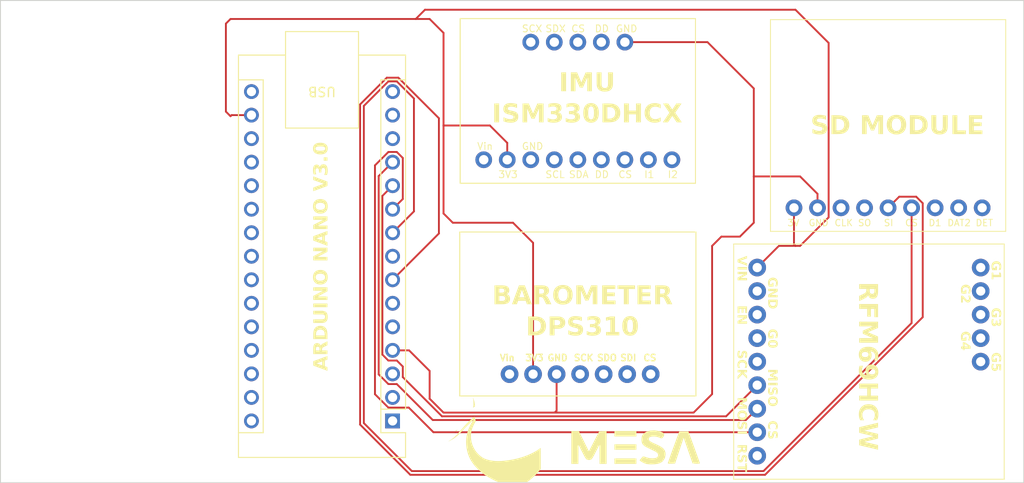
<source format=kicad_pcb>
(kicad_pcb (version 20241229) (generator "pcbnew") (generator_version "9.0")
  (layers (0 "F.Cu" signal) (2 "B.Cu" signal) (13 "F.Paste" user) (15 "B.Paste" user) (5 "F.SilkS" user "F.Silkscreen") (7 "B.SilkS" user "B.Silkscreen") (1 "F.Mask" user) (3 "B.Mask" user) (25 "Edge.Cuts" user))
  (net 0 "")
  (net 2 "Net-(A1-D8)")
  (net 7 "Net-(A1-D9)")
  (net 9 "Net-(A1-D7)")
  (net 14 "Net-(A1-3V3)")
  (net 17 "GND")
  (net 20 "+5V")
  (net 35 "Net-(A1-D3)")
  (net 36 "Net-(A1-D4)")
  (net 37 "Net-(A1-D6)")
  (net 51 "Net-(A1-D0{slash}RX)")
  (footprint "Avionics:ADAFRUIT MICROSD" (layer "F.Cu") (at 169.5 77)
    (property "Reference" "U4" (hide yes))
    (property "Value" "~" (hide yes))
    (fp_line (start -12.7 -11.43) (end 12.7 -11.43) (stroke (width 0.1)) (layer "F.SilkS"))
    (fp_line (start -12.7 11.43) (end -12.7 -11.43) (stroke (width 0.1)) (layer "F.SilkS"))
    (fp_line (start 12.7 -11.43) (end 12.7 11.43) (stroke (width 0.1)) (layer "F.SilkS"))
    (fp_line (start 12.7 11.43) (end -12.7 11.43) (stroke (width 0.1)) (layer "F.SilkS"))
    (fp_text user "D1" (at 4.318 10.922 0) (layer "F.SilkS") (effects (font (size 0.7 0.7) (thickness 0.1)) (justify left bottom)))
    (fp_text user "GND" (at -8.636 10.922 0) (layer "F.SilkS") (effects (font (size 0.7 0.7) (thickness 0.1)) (justify left bottom)))
    (fp_text user "CS" (at 1.778 10.922 0) (layer "F.SilkS") (effects (font (size 0.7 0.7) (thickness 0.1)) (justify left bottom)))
    (fp_text user "SI" (at -0.508 10.922 0) (layer "F.SilkS") (effects (font (size 0.7 0.7) (thickness 0.1)) (justify left bottom)))
    (fp_text user "SO" (at -3.302 10.922 0) (layer "F.SilkS") (effects (font (size 0.7 0.7) (thickness 0.1)) (justify left bottom)))
    (fp_text user "DET" (at 9.398 10.922 0) (layer "F.SilkS") (effects (font (size 0.7 0.7) (thickness 0.1)) (justify left bottom)))
    (fp_text user "3V" (at -10.922 10.922 0) (layer "F.SilkS") (effects (font (size 0.7 0.7) (thickness 0.1)) (justify left bottom)))
    (fp_text user "DAT2" (at 6.35 10.922 0) (layer "F.SilkS") (effects (font (size 0.7 0.7) (thickness 0.1)) (justify left bottom)))
    (fp_text user "SD MODULE" (at -8.382 1.27 0) (layer "F.SilkS") (effects (font (size 2 2) (thickness 0.1)) (justify left bottom)))
    (fp_text user "CLK" (at -5.842 10.922 0) (layer "F.SilkS") (effects (font (size 0.7 0.7) (thickness 0.1)) (justify left bottom)))
    (pad "1" thru_hole circle (at -10.16 8.89) (size 1.8 1.8) (drill 1) (layers "*.Cu" "*.Mask") (net 14 "Net-(A1-3V3)"))
    (pad "2" thru_hole circle (at -7.62 8.89) (size 1.8 1.8) (drill 1) (layers "*.Cu" "*.Mask") (net 17 "GND"))
    (pad "3" thru_hole circle (at -5.08 8.89) (size 1.8 1.8) (drill 1) (layers "*.Cu" "*.Mask"))
    (pad "4" thru_hole circle (at -2.54 8.89) (size 1.8 1.8) (drill 1) (layers "*.Cu" "*.Mask") (net 35 "Net-(A1-D3)"))
    (pad "5" thru_hole circle (at 0 8.89) (size 1.8 1.8) (drill 1) (layers "*.Cu" "*.Mask") (net 36 "Net-(A1-D4)"))
    (pad "6" thru_hole circle (at 2.54 8.89) (size 1.8 1.8) (drill 1) (layers "*.Cu" "*.Mask") (net 37 "Net-(A1-D6)"))
    (pad "7" thru_hole circle (at 5.08 8.89) (size 1.8 1.8) (drill 1) (layers "*.Cu" "*.Mask"))
    (pad "8" thru_hole circle (at 7.62 8.89) (size 1.8 1.8) (drill 1) (layers "*.Cu" "*.Mask"))
    (pad "9" thru_hole circle (at 10.16 8.89) (size 1.8 1.8) (drill 1) (layers "*.Cu" "*.Mask"))
  )
  (footprint "Kenyalang:Kenyalang" (layer "F.Cu") (at 127 110.49)
    (property "Reference" "G***" (hide yes))
    (property "Value" "LOGO" (hide yes))
    (fp_poly (pts (xy -3.957 -0.665801) (xy -3.940351 -0.651271) (xy -3.938954 -0.647755) (xy -3.946372 -0.64133) (xy -3.961816 -0.655726) (xy -3.963893 -0.658908) (xy -3.965735 -0.669604)) (fill yes) (layer "F.SilkS"))
    (fp_poly (pts (xy -3.99075 -0.646396) (xy -3.993662 -0.640862) (xy -4.008389 -0.625934) (xy -4.011138 -0.625231) (xy -4.012204 -0.635328) (xy -4.009293 -0.640862) (xy -3.994565 -0.655789) (xy -3.991817 -0.656493)) (fill yes) (layer "F.SilkS"))
    (fp_poly (pts (xy -4.042732 -0.608698) (xy -4.048501 -0.60147) (xy -4.06299 -0.582218) (xy -4.055257 -0.582426) (xy -4.036758 -0.591901) (xy -4.012474 -0.603066) (xy -4.009783 -0.59442) (xy -4.018866 -0.572907) (xy -4.040396 -0.54509) (xy -4.069554 -0.543109) (xy -4.092749 -0.547691) (xy -4.090158 -0.541258) (xy -4.071816 -0.526492) (xy -4.040554 -0.502001) (xy -4.071816 -0.503175) (xy -4.10102 -0.502543) (xy -4.152228 -0.499846) (xy -4.216287 -0.495599) (xy -4.243754 -0.493558) (xy -4.384431 -0.482765) (xy -4.269686 -0.523144) (xy -4.26838 -0.523631) (xy -4.126523 -0.523631) (xy -4.118708 -0.515816) (xy -4.110893 -0.523631) (xy -4.118708 -0.531446) (xy -4.126523 -0.523631) (xy -4.26838 -0.523631) (xy -4.203456 -0.54784) (xy -4.13926 -0.574076) (xy -4.090791 -0.596252) (xy -4.090064 -0.596621) (xy -4.052382 -0.615045) (xy -4.03798 -0.618911)) (fill yes) (layer "F.SilkS"))
    (fp_poly (pts (xy -2.328666 -4.097936) (xy -2.310406 -4.066299) (xy -2.286954 -4.016787) (xy -2.260816 -3.955238) (xy -2.234498 -3.887488) (xy -2.210505 -3.819374) (xy -2.195219 -3.770441) (xy -2.176725 -3.699323) (xy -2.156437 -3.609319) (xy -2.13694 -3.512495) (xy -2.122197 -3.429451) (xy -2.107252 -3.330834) (xy -2.100223 -3.257235) (xy -2.102429 -3.203118) (xy -2.115188 -3.162943) (xy -2.139815 -3.131173) (xy -2.177631 -3.102269) (xy -2.203916 -3.085952) (xy -2.248063 -3.054845) (xy -2.278053 -3.024602) (xy -2.286033 -3.008923) (xy -2.291508 -2.977662) (xy -2.299098 -3.008923) (xy -2.300096 -3.038622) (xy -2.295911 -3.089198) (xy -2.287424 -3.15086) (xy -2.285017 -3.165231) (xy -2.274695 -3.252224) (xy -2.269161 -3.3601) (xy -2.268143 -3.480927) (xy -2.271365 -3.606772) (xy -2.278553 -3.729704) (xy -2.289433 -3.84179) (xy -2.30373 -3.935098) (xy -2.31305 -3.975905) (xy -2.327607 -4.033554) (xy -2.337067 -4.0786) (xy -2.339904 -4.103463) (xy -2.339228 -4.10586)) (fill yes) (layer "F.SilkS"))
    (fp_poly (pts (xy -2.18633 -2.038593) (xy -2.165727 -2.014235) (xy -2.139777 -1.966859) (xy -2.111422 -1.90359) (xy -2.083604 -1.831554) (xy -2.059266 -1.757875) (xy -2.041349 -1.689678) (xy -2.040386 -1.685173) (xy -2.013009 -1.554716) (xy -2.079476 -1.454649) (xy -2.114139 -1.399013) (xy -2.156655 -1.325666) (xy -2.201136 -1.244979) (xy -2.234609 -1.181279) (xy -2.35586 -0.912396) (xy -2.446208 -0.639649) (xy -2.505898 -0.361844) (xy -2.535174 -0.07779) (xy -2.534281 0.213706) (xy -2.531085 0.264961) (xy -2.500979 0.52963) (xy -2.448264 0.778456) (xy -2.370804 1.019219) (xy -2.266465 1.259698) (xy -2.247797 1.297354) (xy -2.158985 1.46239) (xy -2.066297 1.610051) (xy -1.963589 1.748737) (xy -1.844722 1.886847) (xy -1.7274 2.009051) (xy -1.566643 2.159196) (xy -1.404777 2.287186) (xy -1.23725 2.395221) (xy -1.059508 2.485498) (xy -0.867001 2.560218) (xy -0.655175 2.62158) (xy -0.419478 2.671782) (xy -0.320431 2.688759) (xy -0.116227 2.717319) (xy 0.085207 2.736045) (xy 0.290196 2.745039) (xy 0.505067 2.744404) (xy 0.736147 2.734243) (xy 0.989762 2.714659) (xy 1.03163 2.710774) (xy 1.487522 2.657018) (xy 1.934577 2.583269) (xy 2.370594 2.490276) (xy 2.793373 2.378788) (xy 3.200714 2.249555) (xy 3.590416 2.103326) (xy 3.960278 1.940851) (xy 4.308101 1.762877) (xy 4.631683 1.570156) (xy 4.878389 1.400913) (xy 4.99403 1.316203) (xy 4.998041 2.449354) (xy 5.002051 3.582506) (xy 4.896624 3.717745) (xy 4.632043 4.03459) (xy 4.348248 4.33029) (xy 4.041851 4.608159) (xy 3.741454 4.847623) (xy 3.536139 5.001846) (xy 1.943915 5.000873) (xy 0.351692 4.999901) (xy 0.156307 4.909796) (xy -0.179271 4.747568) (xy -0.48903 4.581683) (xy -0.778413 4.408704) (xy -1.052861 4.225189) (xy -1.317817 4.0277) (xy -1.577173 3.814132) (xy -1.842493 3.568765) (xy -2.083419 3.311387) (xy -2.298721 3.043723) (xy -2.487173 2.767499) (xy -2.647546 2.48444) (xy -2.778612 2.196274) (xy -2.833868 2.04763) (xy -2.934921 1.708891) (xy -3.006878 1.366786) (xy -3.049763 1.023423) (xy -3.063603 0.680911) (xy -3.048423 0.341356) (xy -3.004249 0.006866) (xy -2.931107 -0.320451) (xy -2.829022 -0.638488) (xy -2.800257 -0.713104) (xy -2.680664 -0.9888) (xy -2.546291 -1.254488) (xy -2.401914 -1.500916) (xy -2.361823 -1.562968) (xy -2.32833 -1.615314) (xy -2.303626 -1.657082) (xy -2.291261 -1.682107) (xy -2.290743 -1.686353) (xy -2.3058 -1.680178) (xy -2.339947 -1.654104) (xy -2.390532 -1.610696) (xy -2.454905 -1.55252) (xy -2.530413 -1.482142) (xy -2.614405 -1.402126) (xy -2.704232 -1.315037) (xy -2.797241 -1.223441) (xy -2.890781 -1.129904) (xy -2.982201 -1.03699) (xy -3.06885 -0.947265) (xy -3.148076 -0.863295) (xy -3.20162 -0.804985) (xy -3.315959 -0.678783) (xy -3.412235 -0.572979) (xy -3.493234 -0.484679) (xy -3.561741 -0.410985) (xy -3.62054 -0.349002) (xy -3.672418 -0.295834) (xy -3.720158 -0.248584) (xy -3.766547 -0.204356) (xy -3.814369 -0.160255) (xy -3.86641 -0.113383) (xy -3.868616 -0.111412) (xy -3.996034 0.001002) (xy -4.106469 0.095123) (xy -4.204895 0.174909) (xy -4.296286 0.244318) (xy -4.385614 0.307311) (xy -4.440527 0.343827) (xy -4.497509 0.379175) (xy -4.567621 0.419969) (xy -4.645546 0.463419) (xy -4.725966 0.506737) (xy -4.803563 0.54713) (xy -4.873018 0.58181) (xy -4.929015 0.607987) (xy -4.966235 0.622869) (xy -4.97688 0.62523) (xy -4.971056 0.617563) (xy -4.943356 0.596796) (xy -4.898485 0.566286) (xy -4.852503 0.536554) (xy -4.73107 0.457883) (xy -4.619775 0.381739) (xy -4.515679 0.305387) (xy -4.415842 0.226087) (xy -4.317324 0.141102) (xy -4.217184 0.047695) (xy -4.112484 -0.056873) (xy -4.000282 -0.17534) (xy -3.877639 -0.310442) (xy -3.741615 -0.464918) (xy -3.596516 -0.633046) (xy -3.460658 -0.790662) (xy -3.340239 -0.92819) (xy -3.231233 -1.050004) (xy -3.129613 -1.160476) (xy -3.031352 -1.26398) (xy -2.932425 -1.364889) (xy -2.828803 -1.467577) (xy -2.822012 -1.474219) (xy -2.727986 -1.565103) (xy -2.633272 -1.654794) (xy -2.540689 -1.740786) (xy -2.453059 -1.820577) (xy -2.373203 -1.891661) (xy -2.303942 -1.951533) (xy -2.248096 -1.99769) (xy -2.208488 -2.027626) (xy -2.187937 -2.038838)) (fill yes) (layer "F.SilkS"))
  )
  (footprint "Logo:MESA" (layer "F.Cu") (at 142.24 111.76)
    (property "Reference" "G***" (hide yes))
    (property "Value" "LOGO" (hide yes))
    (fp_poly (pts (xy 0.084666 -1.481667) (xy 0.084666 -1.185334) (xy -1.100667 -1.185334) (xy -2.286001 -1.185334) (xy -2.286001 -1.481667) (xy -2.286001 -1.778001) (xy -1.100667 -1.778001) (xy 0.084666 -1.778001)) (fill yes) (layer "F.SilkS"))
    (fp_poly (pts (xy 0.084666 -0.042334) (xy 0.084666 0.253999) (xy -1.100667 0.253999) (xy -2.286001 0.253999) (xy -2.286001 -0.042334) (xy -2.286001 -0.338667) (xy -1.100667 -0.338667) (xy 0.084666 -0.338667)) (fill yes) (layer "F.SilkS"))
    (fp_poly (pts (xy 0.084666 1.481666) (xy 0.084666 1.777999) (xy -1.100667 1.777999) (xy -2.286001 1.777999) (xy -2.286001 1.481666) (xy -2.286001 1.185333) (xy -1.100667 1.185333) (xy 0.084666 1.185333)) (fill yes) (layer "F.SilkS"))
    (fp_poly (pts (xy 6.320693 -0.042334) (xy 6.504175 0.462201) (xy 6.666192 0.913279) (xy 6.798189 1.286615) (xy 6.891606 1.557923) (xy 6.937889 1.702918) (xy 6.941367 1.719138) (xy 6.866671 1.754215) (xy 6.675521 1.766131) (xy 6.549813 1.761471) (xy 6.156961 1.735666) (xy 5.917986 1.058333) (xy 5.768512 0.632085) (xy 5.599222 0.145451) (xy 5.444866 -0.301653) (xy 5.434084 -0.333069) (xy 5.189156 -1.047138) (xy 4.725793 0.344264) (xy 4.262429 1.735666) (xy 3.866881 1.761471) (xy 3.635396 1.763585) (xy 3.493666 1.739826) (xy 3.472631 1.719138) (xy 3.500909 1.6227) (xy 3.579237 1.391678) (xy 3.699057 1.050359) (xy 3.851812 0.623028) (xy 4.028945 0.13397) (xy 4.093305 -0.042334) (xy 4.71268 -1.735667) (xy 5.206999 -1.735667) (xy 5.701318 -1.735667)) (fill yes) (layer "F.SilkS"))
    (fp_poly (pts (xy -3.132667 -0.00464) (xy -3.132667 1.777999) (xy -3.513667 1.777999) (xy -3.894667 1.777999) (xy -3.898995 0.740833) (xy -3.903322 -0.296334) (xy -4.323152 0.529166) (xy -4.509461 0.891063) (xy -4.643001 1.127946) (xy -4.746681 1.266279) (xy -4.843408 1.332531) (xy -4.956093 1.353168) (xy -5.037667 1.354666) (xy -5.170071 1.348346) (xy -5.27325 1.31174) (xy -5.370111 1.218383) (xy -5.483564 1.041807) (xy -5.636517 0.755546) (xy -5.752183 0.529166) (xy -6.172013 -0.296334) (xy -6.17634 0.740833) (xy -6.180667 1.777999) (xy -6.561667 1.777999) (xy -6.942667 1.777999) (xy -6.942667 -0.000001) (xy -6.942667 -1.778001) (xy -6.5379 -1.778001) (xy -6.133133 -1.778001) (xy -5.588986 -0.679324) (xy -5.04484 0.419354) (xy -4.49092 -0.658157) (xy -3.937001 -1.735667) (xy -3.534834 -1.761473) (xy -3.132667 -1.787279)) (fill yes) (layer "F.SilkS"))
    (fp_poly (pts (xy 2.540694 -1.76396) (xy 2.708584 -1.707762) (xy 2.983288 -1.572238) (xy 3.098817 -1.425417) (xy 3.065026 -1.2459) (xy 2.980365 -1.117686) (xy 2.865029 -0.991112) (xy 2.755843 -0.974297) (xy 2.578839 -1.053664) (xy 2.308517 -1.147947) (xy 2.004459 -1.186068) (xy 1.721104 -1.169041) (xy 1.512889 -1.097879) (xy 1.448219 -1.032605) (xy 1.405941 -0.893576) (xy 1.453507 -0.7673) (xy 1.609863 -0.6366) (xy 1.893956 -0.484293) (xy 2.209251 -0.342529) (xy 2.658046 -0.126114) (xy 2.962677 0.083472) (xy 3.145494 0.31017) (xy 3.228846 0.577918) (xy 3.240423 0.761999) (xy 3.162264 1.165813) (xy 2.937452 1.494496) (xy 2.659385 1.688988) (xy 2.38462 1.773458) (xy 2.011342 1.822501) (xy 1.607338 1.832611) (xy 1.240393 1.800281) (xy 1.100666 1.769615) (xy 0.840118 1.669843) (xy 0.620054 1.545196) (xy 0.614708 1.541185) (xy 0.425084 1.396999) (xy 0.614708 1.159591) (xy 0.744416 1.011397) (xy 0.853998 0.967038) (xy 1.015769 1.01134) (xy 1.119113 1.053758) (xy 1.449184 1.147722) (xy 1.804035 1.180827) (xy 2.121227 1.152153) (xy 2.324635 1.071506) (xy 2.437367 0.913616) (xy 2.427453 0.747109) (xy 2.365725 0.625819) (xy 2.225951 0.505771) (xy 1.979498 0.367246) (xy 1.658359 0.217393) (xy 1.232854 0.017017) (xy 0.942758 -0.154446) (xy 0.763246 -0.322857) (xy 0.669496 -0.514075) (xy 0.636685 -0.753961) (xy 0.634999 -0.848735) (xy 0.662886 -1.161286) (xy 0.761167 -1.381135) (xy 0.828517 -1.462349) (xy 1.15091 -1.690454) (xy 1.572303 -1.820487) (xy 2.049848 -1.846853)) (fill yes) (layer "F.SilkS"))
  )
  (footprint "Avionics:RFM69HCW Adafruit" (layer "F.Cu") (at 167.308 102.5 -90)
    (property "Reference" "U3" (hide yes))
    (property "Value" "~" (hide yes))
    (fp_line (start -12.7 14.478) (end -12.7 -14.732) (stroke (width 0.1)) (layer "F.SilkS"))
    (fp_line (start 12.7 14.478) (end -12.7 14.478) (stroke (width 0.1)) (layer "F.SilkS"))
    (fp_line (start -12.7 -14.732) (end 12.7 -14.732) (stroke (width 0.1)) (layer "F.SilkS"))
    (fp_line (start 12.7 -14.732) (end 12.7 14.478) (stroke (width 0.1)) (layer "F.SilkS"))
    (fp_text user "RFM69HCW" (at -8.636 1.27 270) (layer "F.SilkS") (effects (font (size 2 2) (thickness 0.1)) (justify left bottom)))
    (fp_text user "G4" (at -3.302 -9.906 270) (layer "F.SilkS") (effects (font (thickness 0.1)) (justify left bottom)))
    (fp_text user "MISO" (at 0.762 10.922 270) (layer "F.SilkS") (effects (font (thickness 0.1)) (justify left bottom)))
    (fp_text user "G5" (at -1.016 -13.208 270) (layer "F.SilkS") (effects (font (thickness 0.1)) (justify left bottom)))
    (fp_text user "G3" (at -5.842 -13.208 270) (layer "F.SilkS") (effects (font (thickness 0.1)) (justify left bottom)))
    (fp_text user "MOSI" (at 3.81 14.224 270) (layer "F.SilkS") (effects (font (thickness 0.1)) (justify left bottom)))
    (fp_text user "SCK" (at -1.27 14.224 270) (layer "F.SilkS") (effects (font (thickness 0.1)) (justify left bottom)))
    (fp_text user "G0" (at -3.556 10.922 270) (layer "F.SilkS") (effects (font (thickness 0.1)) (justify left bottom)))
    (fp_text user "RST" (at 8.89 14.224 270) (layer "F.SilkS") (effects (font (thickness 0.1)) (justify left bottom)))
    (fp_text user "GND" (at -9.144 10.922 270) (layer "F.SilkS") (effects (font (thickness 0.1)) (justify left bottom)))
    (fp_text user "VIN" (at -11.43 14.224 270) (layer "F.SilkS") (effects (font (thickness 0.1)) (justify left bottom)))
    (fp_text user "EN" (at -6.096 14.224 270) (layer "F.SilkS") (effects (font (thickness 0.1)) (justify left bottom)))
    (fp_text user "CS" (at 6.35 10.922 270) (layer "F.SilkS") (effects (font (thickness 0.1)) (justify left bottom)))
    (fp_text user "G2" (at -8.382 -9.906 270) (layer "F.SilkS") (effects (font (thickness 0.1)) (justify left bottom)))
    (fp_text user "G1" (at -10.922 -13.208 270) (layer "F.SilkS") (effects (font (thickness 0.1)) (justify left bottom)))
    (pad "1" thru_hole circle (at -10.16 11.938 270) (size 1.905 1.905) (drill 1) (layers "*.Cu" "*.Mask") (net 14 "Net-(A1-3V3)"))
    (pad "2" thru_hole circle (at -7.62 11.938 270) (size 1.905 1.905) (drill 1) (layers "*.Cu" "*.Mask"))
    (pad "3" thru_hole circle (at -5.08 11.938 270) (size 1.905 1.905) (drill 1) (layers "*.Cu" "*.Mask"))
    (pad "4" thru_hole circle (at -2.54 11.938 270) (size 1.905 1.905) (drill 1) (layers "*.Cu" "*.Mask"))
    (pad "5" thru_hole circle (at 0 11.938 270) (size 1.905 1.905) (drill 1) (layers "*.Cu" "*.Mask") (net 51 "Net-(A1-D0{slash}RX)"))
    (pad "6" thru_hole circle (at 2.54 11.938 270) (size 1.905 1.905) (drill 1) (layers "*.Cu" "*.Mask") (net 2 "Net-(A1-D8)"))
    (pad "7" thru_hole circle (at 5.08 11.938 270) (size 1.905 1.905) (drill 1) (layers "*.Cu" "*.Mask") (net 7 "Net-(A1-D9)"))
    (pad "8" thru_hole circle (at 7.62 11.938 270) (size 1.905 1.905) (drill 1) (layers "*.Cu" "*.Mask") (net 9 "Net-(A1-D7)"))
    (pad "9" thru_hole circle (at 10.16 11.938 270) (size 1.905 1.905) (drill 1) (layers "*.Cu" "*.Mask"))
    (pad "10" thru_hole circle (at -10.16 -12.192 270) (size 1.905 1.905) (drill 1) (layers "*.Cu" "*.Mask"))
    (pad "11" thru_hole circle (at -7.62 -12.192 270) (size 1.905 1.905) (drill 1) (layers "*.Cu" "*.Mask"))
    (pad "12" thru_hole circle (at -5.08 -12.192 270) (size 1.905 1.905) (drill 1) (layers "*.Cu" "*.Mask"))
    (pad "13" thru_hole circle (at -2.54 -12.192 270) (size 1.905 1.905) (drill 1) (layers "*.Cu" "*.Mask"))
    (pad "14" thru_hole circle (at 0 -12.192 270) (size 1.905 1.905) (drill 1) (layers "*.Cu" "*.Mask"))
  )
  (footprint "Avionics:ISM330DHCX" (layer "F.Cu") (at 136 74.35)
    (property "Reference" "U2" (hide yes))
    (property "Value" "ISM330DHCX" (hide yes))
    (fp_line (start -12.7 -8.89) (end 12.7 -8.89) (stroke (width 0.1)) (layer "F.SilkS"))
    (fp_line (start -12.7 8.89) (end -12.7 -8.89) (stroke (width 0.1)) (layer "F.SilkS"))
    (fp_line (start 12.7 -8.89) (end 12.7 8.89) (stroke (width 0.1)) (layer "F.SilkS"))
    (fp_line (start 12.7 8.89) (end -12.7 8.89) (stroke (width 0.1)) (layer "F.SilkS"))
    (fp_rect (start -12.7 -8.89) (end 12.7 8.89) (stroke (width 0.1)) (fill no) (layer "F.SilkS"))
    (fp_text user "3V3" (at -8.636 8.382 0) (layer "F.SilkS") (effects (font (size 0.75 0.75) (thickness 0.1)) (justify left bottom)))
    (fp_text user "GND" (at -6.096 5.334 0) (layer "F.SilkS") (effects (font (size 0.75 0.75) (thickness 0.1)) (justify left bottom)))
    (fp_text user "GND" (at 4.064 -7.366 0) (layer "F.SilkS") (effects (font (size 0.75 0.75) (thickness 0.1)) (justify left bottom)))
    (fp_text user "SDX" (at -3.556 -7.366 0) (layer "F.SilkS") (effects (font (size 0.75 0.75) (thickness 0.1)) (justify left bottom)))
    (fp_text user "SCL" (at -3.556 8.382 0) (layer "F.SilkS") (effects (font (size 0.75 0.75) (thickness 0.1)) (justify left bottom)))
    (fp_text user "CS" (at -0.762 -7.366 0) (layer "F.SilkS") (effects (font (size 0.75 0.75) (thickness 0.1)) (justify left bottom)))
    (fp_text user "CS" (at 4.318 8.382 0) (layer "F.SilkS") (effects (font (size 0.75 0.75) (thickness 0.1)) (justify left bottom)))
    (fp_text user "I2" (at 9.652 8.382 0) (layer "F.SilkS") (effects (font (size 0.75 0.75) (thickness 0.1)) (justify left bottom)))
    (fp_text user "Vin" (at -10.922 5.334 0) (layer "F.SilkS") (effects (font (size 0.75 0.75) (thickness 0.1)) (justify left bottom)))
    (fp_text user "DD" (at 1.778 -7.366 0) (layer "F.SilkS") (effects (font (size 0.75 0.75) (thickness 0.1)) (justify left bottom)))
    (fp_text user "SDA" (at -1.016 8.382 0) (layer "F.SilkS") (effects (font (size 0.75 0.75) (thickness 0.1)) (justify left bottom)))
    (fp_text user "DD" (at 1.778 8.382 0) (layer "F.SilkS") (effects (font (size 0.75 0.75) (thickness 0.1)) (justify left bottom)))
    (fp_text user "SCX" (at -6.096 -7.366 0) (layer "F.SilkS") (effects (font (size 0.75 0.75) (thickness 0.1)) (justify left bottom)))
    (fp_text user "I1" (at 7.112 8.382 0) (layer "F.SilkS") (effects (font (size 0.75 0.75) (thickness 0.1)) (justify left bottom)))
    (pad "1" thru_hole circle (at 2.54 -6.35) (size 1.8 1.8) (drill 1.02) (layers "*.Cu" "*.Mask"))
    (pad "2" thru_hole circle (at -2.54 -6.35) (size 1.8 1.8) (drill 1.02) (layers "*.Cu" "*.Mask"))
    (pad "3" thru_hole circle (at -5.08 -6.35) (size 1.8 1.8) (drill 1.02) (layers "*.Cu" "*.Mask"))
    (pad "4" thru_hole circle (at 7.62 6.35) (size 1.8 1.8) (drill 1.02) (layers "*.Cu" "*.Mask"))
    (pad "5" thru_hole circle (at -10.16 6.35) (size 1.8 1.8) (drill 1.02) (layers "*.Cu" "*.Mask"))
    (pad "6" thru_hole circle (at -5.08 6.35) (size 1.8 1.8) (drill 1.02) (layers "*.Cu" "*.Mask") (net 17 "GND"))
    (pad "6" thru_hole circle (at 5.08 -6.35) (size 1.8 1.8) (drill 1.02) (layers "*.Cu" "*.Mask") (net 17 "GND"))
    (pad "8" thru_hole circle (at -7.62 6.35) (size 1.8 1.8) (drill 1.02) (layers "*.Cu" "*.Mask") (net 14 "Net-(A1-3V3)"))
    (pad "9" thru_hole circle (at 10.16 6.35) (size 1.8 1.8) (drill 1.02) (layers "*.Cu" "*.Mask"))
    (pad "11" thru_hole circle (at 2.54 6.35) (size 1.8 1.8) (drill 1.02) (layers "*.Cu" "*.Mask"))
    (pad "12" thru_hole circle (at 0 -6.35) (size 1.8 1.8) (drill 1.02) (layers "*.Cu" "*.Mask"))
    (pad "12" thru_hole circle (at 5.08 6.35) (size 1.8 1.8) (drill 1.02) (layers "*.Cu" "*.Mask"))
    (pad "13" thru_hole circle (at -2.54 6.35) (size 1.8 1.8) (drill 1.02) (layers "*.Cu" "*.Mask") (net 51 "Net-(A1-D0{slash}RX)"))
    (pad "14" thru_hole circle (at 0 6.35) (size 1.8 1.8) (drill 1.02) (layers "*.Cu" "*.Mask") (net 51 "Net-(A1-D0{slash}RX)"))
  )
  (footprint "Module:Arduino_Nano" (layer "F.Cu") (at 116 108.9 180)
    (property "Reference" "A1" (hide yes))
    (property "Value" "Arduino_Nano_v3.x")
    (fp_line (start 16.64 39.5) (end 16.64 -3.94) (stroke (width 0.12)) (layer "F.SilkS"))
    (fp_line (start 16.64 39.5) (end 11.56 39.5) (stroke (width 0.12)) (layer "F.SilkS"))
    (fp_line (start 16.64 -3.94) (end -1.4 -3.94) (stroke (width 0.12)) (layer "F.SilkS"))
    (fp_line (start 13.97 36.83) (end 16.64 36.83) (stroke (width 0.12)) (layer "F.SilkS"))
    (fp_line (start 13.97 -1.27) (end 16.64 -1.27) (stroke (width 0.12)) (layer "F.SilkS"))
    (fp_line (start 13.97 -1.27) (end 13.97 36.83) (stroke (width 0.12)) (layer "F.SilkS"))
    (fp_line (start 11.56 42.04) (end 3.68 42.04) (stroke (width 0.12)) (layer "F.SilkS"))
    (fp_line (start 11.56 31.62) (end 11.56 42.04) (stroke (width 0.12)) (layer "F.SilkS"))
    (fp_line (start 3.68 42.04) (end 3.68 31.62) (stroke (width 0.12)) (layer "F.SilkS"))
    (fp_line (start 3.68 31.62) (end 11.56 31.62) (stroke (width 0.12)) (layer "F.SilkS"))
    (fp_line (start 1.27 36.83) (end -1.4 36.83) (stroke (width 0.12)) (layer "F.SilkS"))
    (fp_line (start 1.27 1.27) (end 1.27 36.83) (stroke (width 0.12)) (layer "F.SilkS"))
    (fp_line (start 1.27 1.27) (end 1.27 -1.27) (stroke (width 0.12)) (layer "F.SilkS"))
    (fp_line (start 1.27 1.27) (end -1.4 1.27) (stroke (width 0.12)) (layer "F.SilkS"))
    (fp_line (start 1.27 -1.27) (end -1.4 -1.27) (stroke (width 0.12)) (layer "F.SilkS"))
    (fp_line (start -1.4 39.5) (end 3.68 39.5) (stroke (width 0.12)) (layer "F.SilkS"))
    (fp_line (start -1.4 1.27) (end -1.4 39.5) (stroke (width 0.12)) (layer "F.SilkS"))
    (fp_line (start -1.4 -3.94) (end -1.4 -1.27) (stroke (width 0.12)) (layer "F.SilkS"))
    (fp_text user "USB" (at 7.62 35.56 180) (layer "F.SilkS"))
    (pad "1" thru_hole rect (at 0 0 180) (size 1.6 1.6) (drill 1) (layers "*.Cu" "*.Mask") (net 51 "Net-(A1-D0{slash}RX)"))
    (pad "2" thru_hole oval (at 0 2.54 180) (size 1.6 1.6) (drill 1) (layers "*.Cu" "*.Mask") (net 51 "Net-(A1-D0{slash}RX)"))
    (pad "3" thru_hole oval (at 0 5.08 180) (size 1.6 1.6) (drill 1) (layers "*.Cu" "*.Mask"))
    (pad "4" thru_hole oval (at 0 7.62 180) (size 1.6 1.6) (drill 1) (layers "*.Cu" "*.Mask") (net 17 "GND"))
    (pad "5" thru_hole oval (at 0 10.16 180) (size 1.6 1.6) (drill 1) (layers "*.Cu" "*.Mask"))
    (pad "6" thru_hole oval (at 0 12.7 180) (size 1.6 1.6) (drill 1) (layers "*.Cu" "*.Mask") (net 35 "Net-(A1-D3)"))
    (pad "7" thru_hole oval (at 0 15.24 180) (size 1.6 1.6) (drill 1) (layers "*.Cu" "*.Mask") (net 36 "Net-(A1-D4)"))
    (pad "8" thru_hole oval (at 0 17.78 180) (size 1.6 1.6) (drill 1) (layers "*.Cu" "*.Mask"))
    (pad "9" thru_hole oval (at 0 20.32 180) (size 1.6 1.6) (drill 1) (layers "*.Cu" "*.Mask") (net 37 "Net-(A1-D6)"))
    (pad "10" thru_hole oval (at 0 22.86 180) (size 1.6 1.6) (drill 1) (layers "*.Cu" "*.Mask") (net 9 "Net-(A1-D7)"))
    (pad "11" thru_hole oval (at 0 25.4 180) (size 1.6 1.6) (drill 1) (layers "*.Cu" "*.Mask") (net 2 "Net-(A1-D8)"))
    (pad "12" thru_hole oval (at 0 27.94 180) (size 1.6 1.6) (drill 1) (layers "*.Cu" "*.Mask") (net 7 "Net-(A1-D9)"))
    (pad "13" thru_hole oval (at 0 30.48 180) (size 1.6 1.6) (drill 1) (layers "*.Cu" "*.Mask"))
    (pad "14" thru_hole oval (at 0 33.02 180) (size 1.6 1.6) (drill 1) (layers "*.Cu" "*.Mask"))
    (pad "15" thru_hole oval (at 0 35.56 180) (size 1.6 1.6) (drill 1) (layers "*.Cu" "*.Mask"))
    (pad "16" thru_hole oval (at 15.24 35.56 180) (size 1.6 1.6) (drill 1) (layers "*.Cu" "*.Mask"))
    (pad "17" thru_hole oval (at 15.24 33.02 180) (size 1.6 1.6) (drill 1) (layers "*.Cu" "*.Mask") (net 14 "Net-(A1-3V3)"))
    (pad "18" thru_hole oval (at 15.24 30.48 180) (size 1.6 1.6) (drill 1) (layers "*.Cu" "*.Mask"))
    (pad "19" thru_hole oval (at 15.24 27.94 180) (size 1.6 1.6) (drill 1) (layers "*.Cu" "*.Mask"))
    (pad "20" thru_hole oval (at 15.24 25.4 180) (size 1.6 1.6) (drill 1) (layers "*.Cu" "*.Mask"))
    (pad "21" thru_hole oval (at 15.24 22.86 180) (size 1.6 1.6) (drill 1) (layers "*.Cu" "*.Mask"))
    (pad "22" thru_hole oval (at 15.24 20.32 180) (size 1.6 1.6) (drill 1) (layers "*.Cu" "*.Mask"))
    (pad "23" thru_hole oval (at 15.24 17.78 180) (size 1.6 1.6) (drill 1) (layers "*.Cu" "*.Mask"))
    (pad "24" thru_hole oval (at 15.24 15.24 180) (size 1.6 1.6) (drill 1) (layers "*.Cu" "*.Mask"))
    (pad "25" thru_hole oval (at 15.24 12.7 180) (size 1.6 1.6) (drill 1) (layers "*.Cu" "*.Mask"))
    (pad "26" thru_hole oval (at 15.24 10.16 180) (size 1.6 1.6) (drill 1) (layers "*.Cu" "*.Mask"))
    (pad "27" thru_hole oval (at 15.24 7.62 180) (size 1.6 1.6) (drill 1) (layers "*.Cu" "*.Mask"))
    (pad "28" thru_hole oval (at 15.24 5.08 180) (size 1.6 1.6) (drill 1) (layers "*.Cu" "*.Mask"))
    (pad "29" thru_hole oval (at 15.24 2.54 180) (size 1.6 1.6) (drill 1) (layers "*.Cu" "*.Mask"))
    (pad "30" thru_hole oval (at 15.24 0 180) (size 1.6 1.6) (drill 1) (layers "*.Cu" "*.Mask") (net 20 "+5V"))
  )
  (footprint "Avionics:DPS310" (layer "F.Cu") (at 136 97.5)
    (property "Reference" "U1" (hide yes))
    (property "Value" "~" (hide yes))
    (fp_line (start -12.75 -9) (end 12.75 -9) (stroke (width 0.1)) (layer "F.SilkS"))
    (fp_line (start -12.75 8.7) (end -12.75 -9) (stroke (width 0.1)) (layer "F.SilkS"))
    (fp_line (start 12.75 -9) (end 12.75 8.7) (stroke (width 0.1)) (layer "F.SilkS"))
    (fp_line (start 12.75 8.7) (end -12.75 8.7) (stroke (width 0.1)) (layer "F.SilkS"))
    (fp_rect (start -12.75 -9) (end 12.75 8.7) (stroke (width 0.1)) (fill no) (layer "F.SilkS"))
    (fp_text user "GND" (at -3.35 5 0) (layer "F.SilkS") (effects (font (size 0.7 0.7) (thickness 0.15) (bold yes)) (justify left bottom)))
    (fp_text user "SDI" (at 4.5 5 0) (layer "F.SilkS") (effects (font (size 0.7 0.7) (thickness 0.15) (bold yes)) (justify left bottom)))
    (fp_text user "CS" (at 7 5 0) (layer "F.SilkS") (effects (font (size 0.7 0.7) (thickness 0.15) (bold yes)) (justify left bottom)))
    (fp_text user "SCK" (at -0.5 5 0) (layer "F.SilkS") (effects (font (size 0.7 0.7) (thickness 0.15) (bold yes)) (justify left bottom)))
    (fp_text user "Vin" (at -8.5 5 0) (layer "F.SilkS") (effects (font (size 0.7 0.7) (thickness 0.15) (bold yes)) (justify left bottom)))
    (fp_text user "3V3" (at -5.75 5 0) (layer "F.SilkS") (effects (font (size 0.7 0.7) (thickness 0.15) (bold yes)) (justify left bottom)))
    (fp_text user "SDO" (at 2 5 0) (layer "F.SilkS") (effects (font (size 0.7 0.7) (thickness 0.15) (bold yes)) (justify left bottom)))
    (pad "1" thru_hole circle (at -7.37 6.35) (size 1.905 1.905) (drill 1) (layers "*.Cu" "*.Mask"))
    (pad "2" thru_hole circle (at -4.83 6.35) (size 1.905 1.905) (drill 1) (layers "*.Cu" "*.Mask") (net 14 "Net-(A1-3V3)"))
    (pad "3" thru_hole circle (at -2.29 6.35) (size 1.905 1.905) (drill 1) (layers "*.Cu" "*.Mask") (net 17 "GND"))
    (pad "4" thru_hole circle (at 0.25 6.35) (size 1.905 1.905) (drill 1) (layers "*.Cu" "*.Mask") (net 51 "Net-(A1-D0{slash}RX)"))
    (pad "5" thru_hole circle (at 2.79 6.35) (size 1.905 1.905) (drill 1) (layers "*.Cu" "*.Mask"))
    (pad "6" thru_hole circle (at 5.33 6.35) (size 1.905 1.905) (drill 1) (layers "*.Cu" "*.Mask") (net 51 "Net-(A1-D0{slash}RX)"))
    (pad "7" thru_hole circle (at 7.87 6.35) (size 1.905 1.905) (drill 1) (layers "*.Cu" "*.Mask"))
  )
  (gr_line (start 73.66 63.5) (end 184.15 63.5) (stroke (width 0.1)) (layer "Edge.Cuts"))
  (gr_line (start 184.15 115.57) (end 73.66 115.57) (stroke (width 0.1)) (layer "Edge.Cuts"))
  (gr_line (start 73.66 115.57) (end 73.66 63.5) (stroke (width 0.1)) (layer "Edge.Cuts"))
  (gr_line (start 184.15 63.5) (end 184.15 115.57) (stroke (width 0.1)) (layer "Edge.Cuts"))
  (gr_text "ARDUINO NANO V3.0" (at 109.22 103.5 90) (layer "F.SilkS") (effects (font (size 1.5 1.5) (thickness 0.3) (bold yes)) (justify left bottom)))
  (gr_text "IMU\nISM330DHCX" (at 137 77 0) (layer "F.SilkS") (effects (font (size 2 2) (thickness 0.1)) (justify bottom)))
  (gr_text "BAROMETER\nDPS310\n" (at 136.5 100 0) (layer "F.SilkS") (effects (font (size 2 2) (thickness 0.1)) (justify bottom)))
  (segment (start 117.101 104.1681) (end 117.101 103.02595) (width 0.2) (layer "F.Cu") (net 2))
  (segment (start 115.54395 102.381) (end 114.899 101.73605) (width 0.2) (layer "F.Cu") (net 2))
  (segment (start 117.101 103.02595) (end 116.45605 102.381) (width 0.2) (layer "F.Cu") (net 2))
  (segment (start 116.45605 102.381) (end 115.54395 102.381) (width 0.2) (layer "F.Cu") (net 2))
  (segment (start 155.37 105.04) (end 152.009 108.401) (width 0.2) (layer "F.Cu") (net 2))
  (segment (start 114.899 84.601) (end 116 83.5) (width 0.2) (layer "F.Cu") (net 2))
  (segment (start 152.009 108.401) (end 121.3339 108.401) (width 0.2) (layer "F.Cu") (net 2))
  (segment (start 121.3339 108.401) (end 117.101 104.1681) (width 0.2) (layer "F.Cu") (net 2))
  (segment (start 114.899 101.73605) (end 114.899 84.601) (width 0.2) (layer "F.Cu") (net 2))
  (segment (start 155.37 107.58) (end 154.148 108.802) (width 0.2) (layer "F.Cu") (net 7))
  (segment (start 154.148 108.802) (end 120.33705 108.802) (width 0.2) (layer "F.Cu") (net 7))
  (segment (start 114.498 103.87505) (end 114.498 82.462) (width 0.2) (layer "F.Cu") (net 7))
  (segment (start 114.498 82.462) (end 116 80.96) (width 0.2) (layer "F.Cu") (net 7))
  (segment (start 115.54395 104.921) (end 114.498 103.87505) (width 0.2) (layer "F.Cu") (net 7))
  (segment (start 116.45605 104.921) (end 115.54395 104.921) (width 0.2) (layer "F.Cu") (net 7))
  (segment (start 120.33705 108.802) (end 116.45605 104.921) (width 0.2) (layer "F.Cu") (net 7))
  (segment (start 116.45605 79.859) (end 117.101 80.50395) (width 0.2) (layer "F.Cu") (net 9))
  (segment (start 115.54395 79.859) (end 116.45605 79.859) (width 0.2) (layer "F.Cu") (net 9))
  (segment (start 117.74595 107.461) (end 115.54395 107.461) (width 0.2) (layer "F.Cu") (net 9))
  (segment (start 117.101 80.50395) (end 117.101 84.939) (width 0.2) (layer "F.Cu") (net 9))
  (segment (start 155.37 110.12) (end 120.40495 110.12) (width 0.2) (layer "F.Cu") (net 9))
  (segment (start 117.101 84.939) (end 116 86.04) (width 0.2) (layer "F.Cu") (net 9))
  (segment (start 115.54395 107.461) (end 114.097 106.01405) (width 0.2) (layer "F.Cu") (net 9))
  (segment (start 114.097 106.01405) (end 114.097 81.30595) (width 0.2) (layer "F.Cu") (net 9))
  (segment (start 120.40495 110.12) (end 117.74595 107.461) (width 0.2) (layer "F.Cu") (net 9))
  (segment (start 114.097 81.30595) (end 115.54395 79.859) (width 0.2) (layer "F.Cu") (net 9))
  (segment (start 163.081 86.919) (end 163.081 68.081) (width 0.2) (layer "F.Cu") (net 14))
  (segment (start 131.17 103.85) (end 131.17 89.67) (width 0.2) (layer "F.Cu") (net 14))
  (segment (start 118.5 65.5) (end 98.5 65.5) (width 0.2) (layer "F.Cu") (net 14))
  (segment (start 159.34 89.84) (end 159.5 90) (width 0.2) (layer "F.Cu") (net 14))
  (segment (start 98.5 76) (end 98.62 75.88) (width 0.2) (layer "F.Cu") (net 14))
  (segment (start 119.5 64.5) (end 118.5 65.5) (width 0.2) (layer "F.Cu") (net 14))
  (segment (start 157.71 90) (end 159.5 90) (width 0.2) (layer "F.Cu") (net 14))
  (segment (start 98.62 75.88) (end 100.76 75.88) (width 0.2) (layer "F.Cu") (net 14))
  (segment (start 159.34 85.89) (end 159.34 89.84) (width 0.2) (layer "F.Cu") (net 14))
  (segment (start 121.5 67) (end 120 65.5) (width 0.2) (layer "F.Cu") (net 14))
  (segment (start 159.5 64.5) (end 119.5 64.5) (width 0.2) (layer "F.Cu") (net 14))
  (segment (start 98.5 65.5) (end 98 66) (width 0.2) (layer "F.Cu") (net 14))
  (segment (start 98 66) (end 98 75.5) (width 0.2) (layer "F.Cu") (net 14))
  (segment (start 159.5 90) (end 160 90) (width 0.2) (layer "F.Cu") (net 14))
  (segment (start 128.38 80.7) (end 128.38 78.88) (width 0.2) (layer "F.Cu") (net 14))
  (segment (start 121.5 77) (end 121.5 67) (width 0.2) (layer "F.Cu") (net 14))
  (segment (start 155.37 92.34) (end 157.71 90) (width 0.2) (layer "F.Cu") (net 14))
  (segment (start 129 87.5) (end 122.5 87.5) (width 0.2) (layer "F.Cu") (net 14))
  (segment (start 120 65.5) (end 118.5 65.5) (width 0.2) (layer "F.Cu") (net 14))
  (segment (start 122.5 87.5) (end 121.5 86.5) (width 0.2) (layer "F.Cu") (net 14))
  (segment (start 163.081 68.081) (end 159.5 64.5) (width 0.2) (layer "F.Cu") (net 14))
  (segment (start 98 75.5) (end 98.5 76) (width 0.2) (layer "F.Cu") (net 14))
  (segment (start 121.5 86.5) (end 121.5 77) (width 0.2) (layer "F.Cu") (net 14))
  (segment (start 126.5 77) (end 121.5 77) (width 0.2) (layer "F.Cu") (net 14))
  (segment (start 160 90) (end 163.081 86.919) (width 0.2) (layer "F.Cu") (net 14))
  (segment (start 128.38 78.88) (end 126.5 77) (width 0.2) (layer "F.Cu") (net 14))
  (segment (start 131.17 89.67) (end 129 87.5) (width 0.2) (layer "F.Cu") (net 14))
  (segment (start 150 68) (end 155 73) (width 0.2) (layer "F.Cu") (net 17))
  (segment (start 117.78 101.28) (end 116 101.28) (width 0.2) (layer "F.Cu") (net 17))
  (segment (start 120 106.5) (end 120 103.5) (width 0.2) (layer "F.Cu") (net 17))
  (segment (start 120 103.5) (end 117.78 101.28) (width 0.2) (layer "F.Cu") (net 17))
  (segment (start 141.08 68) (end 150 68) (width 0.2) (layer "F.Cu") (net 17))
  (segment (start 155 82.5) (end 155 87.5) (width 0.2) (layer "F.Cu") (net 17))
  (segment (start 161.88 84.38) (end 160 82.5) (width 0.2) (layer "F.Cu") (net 17))
  (segment (start 150.5 90) (end 150.5 106) (width 0.2) (layer "F.Cu") (net 17))
  (segment (start 133.71 103.85) (end 133.71 107.79) (width 0.2) (layer "F.Cu") (net 17))
  (segment (start 155 87.5) (end 153.5 89) (width 0.2) (layer "F.Cu") (net 17))
  (segment (start 155 73) (end 155 82.5) (width 0.2) (layer "F.Cu") (net 17))
  (segment (start 121.5 108) (end 120 106.5) (width 0.2) (layer "F.Cu") (net 17))
  (segment (start 151.5 89) (end 150.5 90) (width 0.2) (layer "F.Cu") (net 17))
  (segment (start 160 82.5) (end 155 82.5) (width 0.2) (layer "F.Cu") (net 17))
  (segment (start 150.5 106) (end 148.5 108) (width 0.2) (layer "F.Cu") (net 17))
  (segment (start 148.5 108) (end 133.5 108) (width 0.2) (layer "F.Cu") (net 17))
  (segment (start 161.88 85.89) (end 161.88 84.38) (width 0.2) (layer "F.Cu") (net 17))
  (segment (start 133.71 107.79) (end 133.5 108) (width 0.2) (layer "F.Cu") (net 17))
  (segment (start 153.5 89) (end 151.5 89) (width 0.2) (layer "F.Cu") (net 17))
  (segment (start 133.5 108) (end 121.5 108) (width 0.2) (layer "F.Cu") (net 17))
  (segment (start 115.37785 71.838) (end 116.62215 71.838) (width 0.2) (layer "F.Cu") (net 36))
  (segment (start 169.5 85.89) (end 170.701 84.689) (width 0.2) (layer "F.Cu") (net 36))
  (segment (start 121 76.21585) (end 121 88.66) (width 0.2) (layer "F.Cu") (net 36))
  (segment (start 173.241 85.392529) (end 173.241 97.695917) (width 0.2) (layer "F.Cu") (net 36))
  (segment (start 121 88.66) (end 116 93.66) (width 0.2) (layer "F.Cu") (net 36))
  (segment (start 173.241 97.695917) (end 156.221417 114.7155) (width 0.2) (layer "F.Cu") (net 36))
  (segment (start 172.537471 84.689) (end 173.241 85.392529) (width 0.2) (layer "F.Cu") (net 36))
  (segment (start 156.221417 114.7155) (end 117.9122 114.7155) (width 0.2) (layer "F.Cu") (net 36))
  (segment (start 112.493 109.2963) (end 112.493 74.72285) (width 0.2) (layer "F.Cu") (net 36))
  (segment (start 117.9122 114.7155) (end 112.493 109.2963) (width 0.2) (layer "F.Cu") (net 36))
  (segment (start 170.701 84.689) (end 172.537471 84.689) (width 0.2) (layer "F.Cu") (net 36))
  (segment (start 112.493 74.72285) (end 115.37785 71.838) (width 0.2) (layer "F.Cu") (net 36))
  (segment (start 116.62215 71.838) (end 121 76.21585) (width 0.2) (layer "F.Cu") (net 36))
  (segment (start 115.54395 72.239) (end 116.45605 72.239) (width 0.2) (layer "F.Cu") (net 37))
  (segment (start 156.055317 114.3145) (end 118.0783 114.3145) (width 0.2) (layer "F.Cu") (net 37))
  (segment (start 118.0783 114.3145) (end 112.894 109.1302) (width 0.2) (layer "F.Cu") (net 37))
  (segment (start 116.45605 72.239) (end 118.304 74.08695) (width 0.2) (layer "F.Cu") (net 37))
  (segment (start 112.894 109.1302) (end 112.894 74.88895) (width 0.2) (layer "F.Cu") (net 37))
  (segment (start 112.894 74.88895) (end 115.54395 72.239) (width 0.2) (layer "F.Cu") (net 37))
  (segment (start 172.04 85.89) (end 172.04 98.329817) (width 0.2) (layer "F.Cu") (net 37))
  (segment (start 118.304 74.08695) (end 118.304 86.276) (width 0.2) (layer "F.Cu") (net 37))
  (segment (start 118.304 86.276) (end 116 88.58) (width 0.2) (layer "F.Cu") (net 37))
  (segment (start 172.04 98.329817) (end 156.055317 114.3145) (width 0.2) (layer "F.Cu") (net 37))
)
</source>
